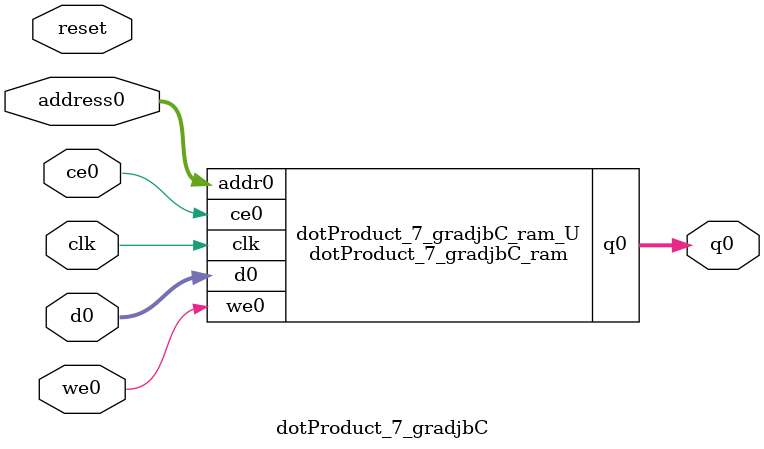
<source format=v>

`timescale 1 ns / 1 ps
module dotProduct_7_gradjbC_ram (addr0, ce0, d0, we0, q0,  clk);

parameter DWIDTH = 32;
parameter AWIDTH = 5;
parameter MEM_SIZE = 32;

input[AWIDTH-1:0] addr0;
input ce0;
input[DWIDTH-1:0] d0;
input we0;
output reg[DWIDTH-1:0] q0;
input clk;

(* ram_style = "block" *)reg [DWIDTH-1:0] ram[0:MEM_SIZE-1];




always @(posedge clk)  
begin 
    if (ce0) 
    begin
        if (we0) 
        begin 
            ram[addr0] <= d0; 
            q0 <= d0;
        end 
        else 
            q0 <= ram[addr0];
    end
end


endmodule


`timescale 1 ns / 1 ps
module dotProduct_7_gradjbC(
    reset,
    clk,
    address0,
    ce0,
    we0,
    d0,
    q0);

parameter DataWidth = 32'd32;
parameter AddressRange = 32'd32;
parameter AddressWidth = 32'd5;
input reset;
input clk;
input[AddressWidth - 1:0] address0;
input ce0;
input we0;
input[DataWidth - 1:0] d0;
output[DataWidth - 1:0] q0;



dotProduct_7_gradjbC_ram dotProduct_7_gradjbC_ram_U(
    .clk( clk ),
    .addr0( address0 ),
    .ce0( ce0 ),
    .we0( we0 ),
    .d0( d0 ),
    .q0( q0 ));

endmodule


</source>
